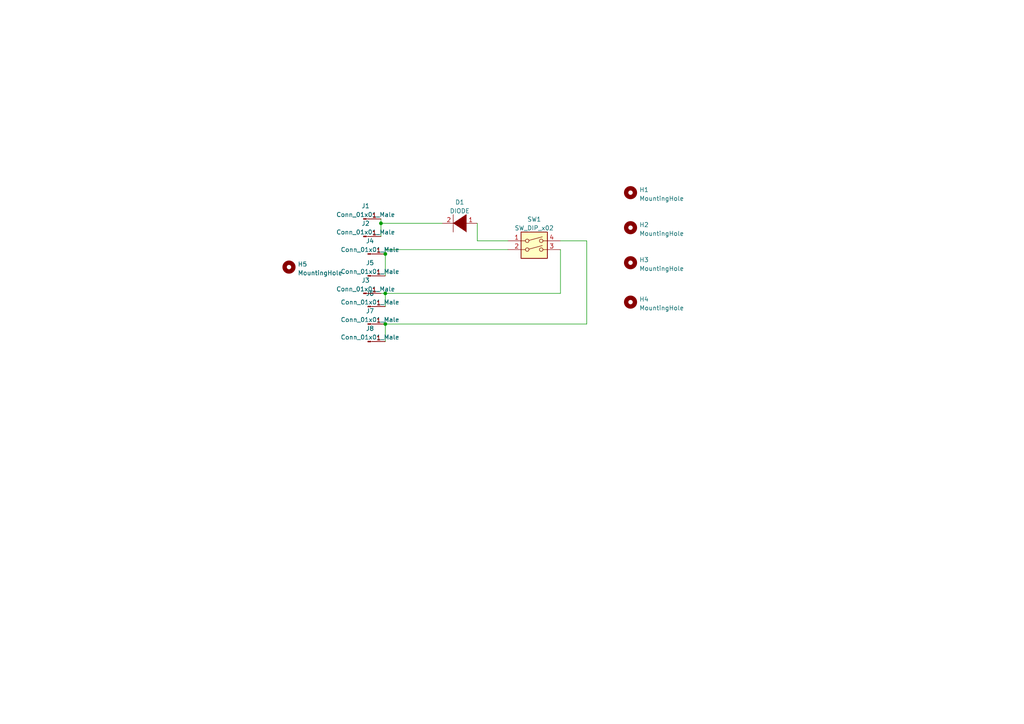
<source format=kicad_sch>
(kicad_sch (version 20211123) (generator eeschema)
  (paper "A4")
  (lib_symbols
    (symbol "Connector:Conn_01x01_Male" (pin_names (offset 1.016) hide)
      (property "Reference" "J" (at 0 2.54 0))
      (property "Value" "Conn_01x01_Male" (at 0 -2.54 0))
      (symbol "Conn_01x01_Male_1_1"
        (polyline (pts (xy 1.27 0) (xy 0.8636 0)) (stroke (width 0.1524)))
        (rectangle (start 0.8636 0.127) (end 0 -0.127) (stroke (width 0.1524)) (fill (type outline)))
        (pin passive line (at 5.08 0 180) (length 3.81) (name "Pin_1") (number "1"))
      )
    )
    (symbol "Mechanical:MountingHole" (pin_names (offset 1.016))
      (property "Reference" "H" (at 0 5.08 0))
      (property "Value" "MountingHole" (at 0 3.175 0))
      (symbol "MountingHole_0_1"
        (circle (center 0 0) (radius 1.27) (stroke (width 1.27)))
      )
    )
    (symbol "Switch:SW_DIP_x02" (pin_names (offset 0) hide)
      (property "Reference" "SW" (at 0 6.35 0))
      (property "Value" "SW_DIP_x02" (at 0 -3.81 0))
      (symbol "SW_DIP_x02_0_0"
        (circle (center -2.032 0) (radius 0.508))
        (circle (center -2.032 2.54) (radius 0.508))
        (polyline (pts (xy -1.524 0.127) (xy 2.3622 1.1684)))
        (polyline (pts (xy -1.524 2.667) (xy 2.3622 3.7084)))
        (circle (center 2.032 0) (radius 0.508))
        (circle (center 2.032 2.54) (radius 0.508))
      )
      (symbol "SW_DIP_x02_0_1"
        (rectangle (start -3.81 5.08) (end 3.81 -2.54) (stroke (width 0.254)) (fill (type background)))
      )
      (symbol "SW_DIP_x02_1_1"
        (pin passive line (at -7.62 2.54 0) (length 5.08) (name "~") (number "1"))
        (pin passive line (at -7.62 0 0) (length 5.08) (name "~") (number "2"))
        (pin passive line (at 7.62 0 180) (length 5.08) (name "~") (number "3"))
        (pin passive line (at 7.62 2.54 180) (length 5.08) (name "~") (number "4"))
      )
    )
    (symbol "pspice:DIODE" (pin_names (offset 1.016) hide)
      (property "Reference" "D" (at 0 3.81 0))
      (property "Value" "DIODE" (at 0 -4.445 0))
      (symbol "DIODE_0_1"
        (polyline (pts (xy 1.905 2.54) (xy 1.905 -2.54)))
        (polyline (pts (xy -1.905 2.54) (xy -1.905 -2.54) (xy 1.905 0)) (fill (type outline)))
      )
      (symbol "DIODE_1_1"
        (pin input line (at -5.08 0 0) (length 3.81) (name "K") (number "1"))
        (pin input line (at 5.08 0 180) (length 3.81) (name "A") (number "2"))
      )
    )
  )
  (junction (at 111.76 73.66))
  (junction (at 111.76 85.09))
  (junction (at 111.76 93.98))
  (junction (at 110.49 64.77))
  (wire (pts (xy 147.32 69.85) (xy 138.43 69.85)))
  (wire (pts (xy 111.76 73.66) (xy 111.76 80.01)))
  (wire (pts (xy 128.27 64.77) (xy 110.49 64.77)))
  (wire (pts (xy 110.49 85.09) (xy 111.76 85.09)))
  (wire (pts (xy 110.49 64.77) (xy 110.49 63.5)))
  (wire (pts (xy 111.76 72.39) (xy 111.76 73.66)))
  (wire (pts (xy 162.56 69.85) (xy 170.18 69.85)))
  (wire (pts (xy 110.49 64.77) (xy 110.49 68.58)))
  (wire (pts (xy 138.43 69.85) (xy 138.43 64.77)))
  (wire (pts (xy 111.76 93.98) (xy 111.76 99.06)))
  (wire (pts (xy 111.76 88.9) (xy 111.76 85.09)))
  (wire (pts (xy 170.18 69.85) (xy 170.18 93.98)))
  (wire (pts (xy 111.76 72.39) (xy 147.32 72.39)))
  (wire (pts (xy 111.76 85.09) (xy 162.56 85.09)))
  (wire (pts (xy 170.18 93.98) (xy 111.76 93.98)))
  (wire (pts (xy 162.56 85.09) (xy 162.56 72.39)))
  (symbol (lib_id "Connector:Conn_01x01_Male") (at 106.68 88.9 0) (unit 1)
    (property "Reference" "J6" (at 107.315 85.124 0))
    (property "Value" "Conn_01x01_Male" (at 107.315 87.6609 0))
    (property "Footprint" "Giri-Kailh-Choc:TestPoint_THTPad_1.0x2.5mm_Drill0.5mm" (effects hide))
  )
  (symbol (lib_id "Connector:Conn_01x01_Male") (at 105.41 68.58 0) (unit 1)
    (property "Reference" "J2" (at 106.045 64.804 0))
    (property "Value" "Conn_01x01_Male" (at 106.045 67.3409 0))
    (property "Footprint" "Giri-Kailh-Choc:TestPoint_THTPad_1.0x2.5mm_Drill0.5mm" (effects hide))
  )
  (symbol (lib_id "Mechanical:MountingHole") (at 182.88 66.04 0) (unit 1)
    (property "Reference" "H2" (at 185.42 65.2053 0) (effects (justify left)))
    (property "Value" "MountingHole" (at 185.42 67.7422 0) (effects (justify left)))
    (property "Footprint" "Giri-Kailh-Choc:MountingHole_1.2mm_M1" (effects hide))
  )
  (symbol (lib_id "Connector:Conn_01x01_Male") (at 106.68 99.06 0) (unit 1)
    (property "Reference" "J8" (at 107.315 95.284 0))
    (property "Value" "Conn_01x01_Male" (at 107.315 97.8209 0))
    (property "Footprint" "Giri-Kailh-Choc:TestPoint_THTPad_1.0x2.5mm_Drill0.5mm" (effects hide))
  )
  (symbol (lib_id "Mechanical:MountingHole") (at 83.82 77.47 0) (unit 1)
    (property "Reference" "H5" (at 86.36 76.6353 0) (effects (justify left)))
    (property "Value" "MountingHole" (at 86.36 79.1722 0) (effects (justify left)))
    (property "Footprint" "Giri-Kailh-Choc:Kailh-PG1350-2u-stabilizer-refined" (effects hide))
  )
  (symbol (lib_id "Connector:Conn_01x01_Male") (at 105.41 85.09 0) (unit 1)
    (property "Reference" "J3" (at 106.045 81.314 0))
    (property "Value" "Conn_01x01_Male" (at 106.045 83.8509 0))
    (property "Footprint" "Giri-Kailh-Choc:TestPoint_THTPad_1.0x1.5mm_Drill0.5mm" (effects hide))
  )
  (symbol (lib_id "Connector:Conn_01x01_Male") (at 106.68 80.01 0) (unit 1)
    (property "Reference" "J5" (at 107.315 76.234 0))
    (property "Value" "Conn_01x01_Male" (at 107.315 78.7709 0))
    (property "Footprint" "Giri-Kailh-Choc:TestPoint_THTPad_1.0x2.5mm_Drill0.5mm" (effects hide))
  )
  (symbol (lib_id "Switch:SW_DIP_x02") (at 154.94 72.39 0) (unit 1)
    (property "Reference" "SW1" (at 154.94 63.6102 0))
    (property "Value" "SW_DIP_x02" (at 154.94 66.1471 0))
    (property "Footprint" "Giri-Kailh-Choc:SW_Hotswap_Kailh_Choc_V1_plated_girish2" (effects hide))
  )
  (symbol (lib_id "Connector:Conn_01x01_Male") (at 106.68 93.98 0) (unit 1)
    (property "Reference" "J7" (at 107.315 90.204 0))
    (property "Value" "Conn_01x01_Male" (at 107.315 92.7409 0))
    (property "Footprint" "Giri-Kailh-Choc:TestPoint_THTPad_1.0x2.5mm_Drill0.5mm" (effects hide))
  )
  (symbol (lib_id "Mechanical:MountingHole") (at 182.88 76.2 0) (unit 1)
    (property "Reference" "H3" (at 185.42 75.3653 0) (effects (justify left)))
    (property "Value" "MountingHole" (at 185.42 77.9022 0) (effects (justify left)))
    (property "Footprint" "Giri-Kailh-Choc:MountingHole_1.2mm_M1" (effects hide))
  )
  (symbol (lib_id "Connector:Conn_01x01_Male") (at 106.68 73.66 0) (unit 1)
    (property "Reference" "J4" (at 107.315 69.884 0))
    (property "Value" "Conn_01x01_Male" (at 107.315 72.4209 0))
    (property "Footprint" "Giri-Kailh-Choc:TestPoint_THTPad_1.0x2.5mm_Drill0.5mm" (effects hide))
  )
  (symbol (lib_id "pspice:DIODE") (at 133.35 64.77 180) (unit 1)
    (property "Reference" "D1" (at 133.35 58.6572 0))
    (property "Value" "DIODE" (at 133.35 61.1941 0))
    (property "Footprint" "Giri-Kailh-Choc:D_SOD-123" (effects hide))
  )
  (symbol (lib_id "Mechanical:MountingHole") (at 182.88 87.63 0) (unit 1)
    (property "Reference" "H4" (at 185.42 86.7953 0) (effects (justify left)))
    (property "Value" "MountingHole" (at 185.42 89.3322 0) (effects (justify left)))
    (property "Footprint" "Giri-Kailh-Choc:MountingHole_1.2mm_M1" (effects hide))
  )
  (symbol (lib_id "Mechanical:MountingHole") (at 182.88 55.88 0) (unit 1)
    (property "Reference" "H1" (at 185.42 55.0453 0) (effects (justify left)))
    (property "Value" "MountingHole" (at 185.42 57.5822 0) (effects (justify left)))
    (property "Footprint" "Giri-Kailh-Choc:MountingHole_1.2mm_M1" (effects hide))
  )
  (symbol (lib_id "Connector:Conn_01x01_Male") (at 105.41 63.5 0) (unit 1)
    (property "Reference" "J1" (at 106.045 59.724 0))
    (property "Value" "Conn_01x01_Male" (at 106.045 62.2609 0))
    (property "Footprint" "Giri-Kailh-Choc:TestPoint_THTPad_1.0x2.5mm_Drill0.5mm" (effects hide))
  )
)
</source>
